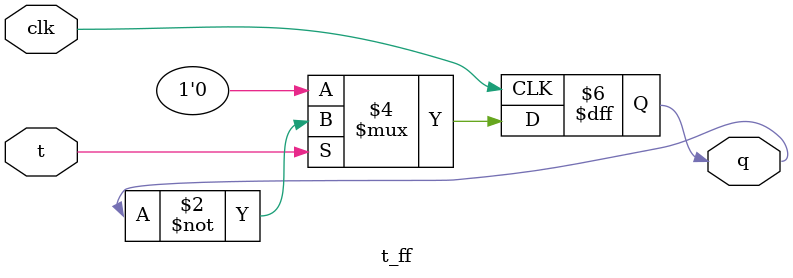
<source format=sv>
module t_ff(

  input t,
  input clk,
  output reg q

);  

  always @(posedge clk) begin

    if (t)
      q <= ~q;
    else
      q <= 1'b0;

  end


endmodule
</source>
